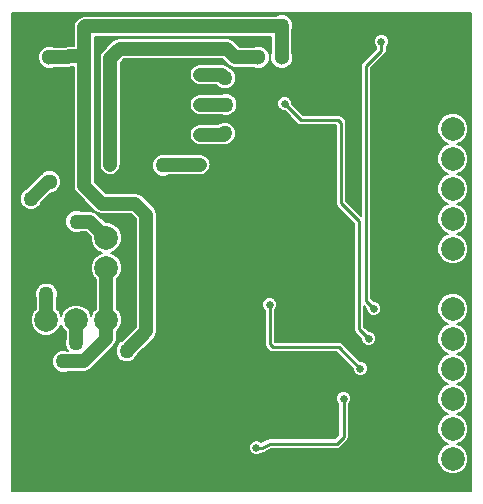
<source format=gbr>
G04 #@! TF.GenerationSoftware,KiCad,Pcbnew,no-vcs-found-895c0bb~58~ubuntu16.04.1*
G04 #@! TF.CreationDate,2017-07-11T17:07:46-04:00*
G04 #@! TF.ProjectId,alim,616C696D2E6B696361645F7063620000,rev?*
G04 #@! TF.SameCoordinates,Original
G04 #@! TF.FileFunction,Copper,L2,Bot,Plane*
G04 #@! TF.FilePolarity,Positive*
%FSLAX46Y46*%
G04 Gerber Fmt 4.6, Leading zero omitted, Abs format (unit mm)*
G04 Created by KiCad (PCBNEW no-vcs-found-895c0bb~58~ubuntu16.04.1) date Tue Jul 11 17:07:46 2017*
%MOMM*%
%LPD*%
G01*
G04 APERTURE LIST*
%ADD10C,1.300000*%
%ADD11C,2.000000*%
%ADD12C,1.100000*%
%ADD13C,1.270000*%
%ADD14C,0.635000*%
%ADD15C,1.143000*%
%ADD16C,0.254000*%
%ADD17C,1.016000*%
%ADD18C,0.127000*%
G04 APERTURE END LIST*
D10*
X111592800Y-63151000D03*
X111592800Y-61151000D03*
D11*
X116382800Y-74853800D03*
X113842800Y-74853800D03*
X111302800Y-74853800D03*
D10*
X111571600Y-52596800D03*
X111571600Y-54596800D03*
D11*
X116382800Y-67894200D03*
X116382800Y-70434200D03*
X145719800Y-58648600D03*
X145719800Y-61188600D03*
X145719800Y-63728600D03*
X145719800Y-66268600D03*
X145719800Y-68808600D03*
X145719800Y-71348600D03*
X145719800Y-73888600D03*
X145719800Y-76428600D03*
X145719800Y-78968600D03*
X145719800Y-81508600D03*
X145719800Y-84048600D03*
X145719800Y-86588600D03*
D12*
X124319000Y-54064400D03*
X124319000Y-56604400D03*
X124319000Y-59144400D03*
X124319000Y-61684400D03*
X116699000Y-54064400D03*
X116699000Y-56604400D03*
X116699000Y-59144400D03*
X116699000Y-61684400D03*
D10*
X131248400Y-52618200D03*
X129248400Y-52618200D03*
D13*
X126441200Y-54356000D03*
D14*
X121767600Y-82194400D03*
X121767600Y-81381600D03*
D13*
X139801600Y-56464200D03*
X133756400Y-56108600D03*
X127660400Y-86410800D03*
X134569200Y-75869800D03*
X121932700Y-69367400D03*
X118135400Y-84175600D03*
X129387600Y-64465200D03*
X134950200Y-64490600D03*
X127812800Y-74117200D03*
X126517400Y-56616600D03*
X112750600Y-78359000D03*
X126415800Y-59055000D03*
X121208800Y-61747400D03*
X118122800Y-77470000D03*
X131248400Y-49929800D03*
X113842800Y-76809600D03*
X110007400Y-64592200D03*
X111302800Y-72644000D03*
X113868200Y-66522600D03*
D14*
X139674600Y-51282600D03*
X139039600Y-73888600D03*
X131495800Y-56540400D03*
X138607800Y-76428600D03*
X137896600Y-78968600D03*
X130225800Y-73558400D03*
X129082800Y-85674200D03*
X136474200Y-81508600D03*
D15*
X126149600Y-54064400D02*
X124319000Y-54064400D01*
X126441200Y-54356000D02*
X126149600Y-54064400D01*
D16*
X122059700Y-81864200D02*
X121716800Y-82181700D01*
X121735850Y-82162650D02*
X121716800Y-82181700D01*
X121767600Y-82194400D02*
X121735850Y-82162650D01*
D17*
X129400300Y-64213740D02*
X129400300Y-64216280D01*
X129400300Y-64216280D02*
X129400400Y-64216380D01*
D15*
X126505200Y-56604400D02*
X124319000Y-56604400D01*
X126517400Y-56616600D02*
X126505200Y-56604400D01*
X116382800Y-76454000D02*
X116382800Y-74853800D01*
X114477800Y-78359000D02*
X116382800Y-76454000D01*
X112750600Y-78359000D02*
X114477800Y-78359000D01*
X116382800Y-74853800D02*
X116382800Y-70434200D01*
X126326400Y-59144400D02*
X124319000Y-59144400D01*
X126415800Y-59055000D02*
X126326400Y-59144400D01*
X121271800Y-61684400D02*
X124319000Y-61684400D01*
X121208800Y-61747400D02*
X121271800Y-61684400D01*
X118135400Y-77444600D02*
X118135400Y-77457400D01*
X118135400Y-77457400D02*
X118122800Y-77470000D01*
X131248400Y-52618200D02*
X131248400Y-49929800D01*
X111571600Y-52596800D02*
X113125000Y-52596800D01*
X113194600Y-52527200D02*
X114503200Y-52527200D01*
X113125000Y-52596800D02*
X113194600Y-52527200D01*
X114503200Y-50063400D02*
X114503200Y-52527200D01*
X114503200Y-52527200D02*
X114503200Y-53594000D01*
X114579400Y-49987200D02*
X114503200Y-50063400D01*
X131191000Y-49987200D02*
X114579400Y-49987200D01*
X131248400Y-49929800D02*
X131191000Y-49987200D01*
X118135400Y-77444600D02*
X119761000Y-75819000D01*
X119761000Y-75819000D02*
X119761000Y-65938400D01*
X119761000Y-65938400D02*
X118821200Y-64998600D01*
X118821200Y-64998600D02*
X116001800Y-64998600D01*
X116001800Y-64998600D02*
X114503200Y-63500000D01*
X114503200Y-63500000D02*
X114503200Y-53594000D01*
X111448600Y-63151000D02*
X110007400Y-64592200D01*
X113842800Y-76809600D02*
X113842800Y-74853800D01*
X111448600Y-63151000D02*
X111592800Y-63151000D01*
X111302800Y-74853800D02*
X111302800Y-72644000D01*
X113919000Y-66548000D02*
X113893600Y-66548000D01*
X113893600Y-66548000D02*
X113868200Y-66522600D01*
X115036600Y-66548000D02*
X116382800Y-67894200D01*
X113919000Y-66548000D02*
X115036600Y-66548000D01*
X113893600Y-66522600D02*
X113919000Y-66548000D01*
D16*
X138353800Y-73202800D02*
X139039600Y-73888600D01*
X138353800Y-53365400D02*
X138353800Y-73202800D01*
X139674600Y-52044600D02*
X138353800Y-53365400D01*
X139674600Y-51282600D02*
X139674600Y-52044600D01*
X138607800Y-76428600D02*
X138620500Y-76428600D01*
X137769600Y-75590400D02*
X138607800Y-76428600D01*
X137769600Y-66497200D02*
X137769600Y-75590400D01*
X136245600Y-64973200D02*
X137769600Y-66497200D01*
X136245600Y-58140600D02*
X136245600Y-64973200D01*
X136017000Y-57912000D02*
X136245600Y-58140600D01*
X132867400Y-57912000D02*
X136017000Y-57912000D01*
X131495800Y-56540400D02*
X132867400Y-57912000D01*
X130225800Y-76835000D02*
X130225800Y-76860400D01*
X130225800Y-73558400D02*
X130225800Y-75946000D01*
X130225800Y-75946000D02*
X130225800Y-76530200D01*
X130225800Y-76530200D02*
X130225800Y-76835000D01*
X136042400Y-77114400D02*
X130479800Y-77114400D01*
X137896600Y-78968600D02*
X136042400Y-77114400D01*
X130225800Y-76860400D02*
X130479800Y-77114400D01*
X136474200Y-84785200D02*
X136474200Y-81508600D01*
X135940800Y-85318600D02*
X136474200Y-84785200D01*
X130200400Y-85318600D02*
X135940800Y-85318600D01*
X129540000Y-85674200D02*
X130200400Y-85318600D01*
X129540000Y-85674200D02*
X129082800Y-85674200D01*
D15*
X116699000Y-54064400D02*
X116699000Y-56604400D01*
X116699000Y-56604400D02*
X116699000Y-59144400D01*
X116699000Y-59144400D02*
X116699000Y-61684400D01*
X129248400Y-52618200D02*
X127294200Y-52618200D01*
X116699000Y-52693600D02*
X116699000Y-54064400D01*
X117500400Y-51892200D02*
X116699000Y-52693600D01*
X126568200Y-51892200D02*
X117500400Y-51892200D01*
X127294200Y-52618200D02*
X126568200Y-51892200D01*
D18*
G36*
X147256500Y-89344500D02*
X108419900Y-89344500D01*
X108419900Y-85799955D01*
X128447690Y-85799955D01*
X128544160Y-86033428D01*
X128722632Y-86212213D01*
X128955937Y-86309089D01*
X129208555Y-86309310D01*
X129442028Y-86212840D01*
X129536333Y-86118700D01*
X129540000Y-86118700D01*
X129562295Y-86114265D01*
X129584925Y-86116424D01*
X129646715Y-86097473D01*
X129710103Y-86084864D01*
X129729005Y-86072234D01*
X129750737Y-86065569D01*
X130312465Y-85763100D01*
X135940800Y-85763100D01*
X136110903Y-85729264D01*
X136255109Y-85632909D01*
X136788509Y-85099509D01*
X136884865Y-84955302D01*
X136918700Y-84785200D01*
X136918700Y-81962117D01*
X137012213Y-81868768D01*
X137109089Y-81635463D01*
X137109310Y-81382845D01*
X137012840Y-81149372D01*
X136834368Y-80970587D01*
X136601063Y-80873711D01*
X136348445Y-80873490D01*
X136114972Y-80969960D01*
X135936187Y-81148432D01*
X135839311Y-81381737D01*
X135839090Y-81634355D01*
X135935560Y-81867828D01*
X136029700Y-81962133D01*
X136029700Y-84601082D01*
X135756682Y-84874100D01*
X130200400Y-84874100D01*
X130178105Y-84878535D01*
X130155475Y-84876376D01*
X130093685Y-84895327D01*
X130030297Y-84907936D01*
X130011395Y-84920566D01*
X129989663Y-84927231D01*
X129498427Y-85191743D01*
X129442968Y-85136187D01*
X129209663Y-85039311D01*
X128957045Y-85039090D01*
X128723572Y-85135560D01*
X128544787Y-85314032D01*
X128447911Y-85547337D01*
X128447690Y-85799955D01*
X108419900Y-85799955D01*
X108419900Y-75114717D01*
X109985072Y-75114717D01*
X110185227Y-75599129D01*
X110555522Y-75970071D01*
X111039583Y-76171070D01*
X111563717Y-76171528D01*
X112048129Y-75971373D01*
X112419071Y-75601078D01*
X112572930Y-75230543D01*
X112725227Y-75599129D01*
X112953800Y-75828101D01*
X112953800Y-76466777D01*
X112890465Y-76619305D01*
X112890135Y-76998233D01*
X113034839Y-77348443D01*
X113156183Y-77470000D01*
X113093423Y-77470000D01*
X112940895Y-77406665D01*
X112561967Y-77406335D01*
X112211757Y-77551039D01*
X111943580Y-77818747D01*
X111798265Y-78168705D01*
X111797935Y-78547633D01*
X111942639Y-78897843D01*
X112210347Y-79166020D01*
X112560305Y-79311335D01*
X112939233Y-79311665D01*
X113093314Y-79248000D01*
X114477800Y-79248000D01*
X114818006Y-79180329D01*
X115106418Y-78987618D01*
X117011418Y-77082618D01*
X117067802Y-76998233D01*
X117204129Y-76794206D01*
X117271800Y-76454000D01*
X117271800Y-75827953D01*
X117499071Y-75601078D01*
X117700070Y-75117017D01*
X117700528Y-74592883D01*
X117500373Y-74108471D01*
X117271800Y-73879499D01*
X117271800Y-71408353D01*
X117499071Y-71181478D01*
X117700070Y-70697417D01*
X117700528Y-70173283D01*
X117500373Y-69688871D01*
X117130078Y-69317929D01*
X116759543Y-69164070D01*
X117128129Y-69011773D01*
X117499071Y-68641478D01*
X117700070Y-68157417D01*
X117700528Y-67633283D01*
X117500373Y-67148871D01*
X117130078Y-66777929D01*
X116646017Y-66576930D01*
X116322483Y-66576647D01*
X115665218Y-65919382D01*
X115516376Y-65819929D01*
X115376806Y-65726671D01*
X115036600Y-65659000D01*
X114272193Y-65659000D01*
X114058495Y-65570265D01*
X113679567Y-65569935D01*
X113329357Y-65714639D01*
X113061180Y-65982347D01*
X112915865Y-66332305D01*
X112915535Y-66711233D01*
X113060239Y-67061443D01*
X113327947Y-67329620D01*
X113677905Y-67474935D01*
X114056833Y-67475265D01*
X114149441Y-67437000D01*
X114668364Y-67437000D01*
X115065353Y-67833989D01*
X115065072Y-68155117D01*
X115265227Y-68639529D01*
X115635522Y-69010471D01*
X116006057Y-69164330D01*
X115637471Y-69316627D01*
X115266529Y-69686922D01*
X115065530Y-70170983D01*
X115065072Y-70695117D01*
X115265227Y-71179529D01*
X115493800Y-71408501D01*
X115493800Y-73879647D01*
X115266529Y-74106522D01*
X115112670Y-74477057D01*
X114960373Y-74108471D01*
X114590078Y-73737529D01*
X114106017Y-73536530D01*
X113581883Y-73536072D01*
X113097471Y-73736227D01*
X112726529Y-74106522D01*
X112572670Y-74477057D01*
X112420373Y-74108471D01*
X112191800Y-73879499D01*
X112191800Y-72986823D01*
X112255135Y-72834295D01*
X112255465Y-72455367D01*
X112110761Y-72105157D01*
X111843053Y-71836980D01*
X111493095Y-71691665D01*
X111114167Y-71691335D01*
X110763957Y-71836039D01*
X110495780Y-72103747D01*
X110350465Y-72453705D01*
X110350135Y-72832633D01*
X110413800Y-72986714D01*
X110413800Y-73879647D01*
X110186529Y-74106522D01*
X109985530Y-74590583D01*
X109985072Y-75114717D01*
X108419900Y-75114717D01*
X108419900Y-64780833D01*
X109054735Y-64780833D01*
X109199439Y-65131043D01*
X109467147Y-65399220D01*
X109817105Y-65544535D01*
X110196033Y-65544865D01*
X110546243Y-65400161D01*
X110814420Y-65132453D01*
X110878354Y-64978482D01*
X111738209Y-64118627D01*
X111784403Y-64118667D01*
X112140129Y-63971684D01*
X112412528Y-63699760D01*
X112560131Y-63344292D01*
X112560467Y-62959397D01*
X112413484Y-62603671D01*
X112141560Y-62331272D01*
X111786092Y-62183669D01*
X111401197Y-62183333D01*
X111045471Y-62330316D01*
X110920049Y-62455519D01*
X110819982Y-62522382D01*
X109621193Y-63721171D01*
X109468557Y-63784239D01*
X109200380Y-64051947D01*
X109055065Y-64401905D01*
X109054735Y-64780833D01*
X108419900Y-64780833D01*
X108419900Y-52788403D01*
X110603933Y-52788403D01*
X110750916Y-53144129D01*
X111022840Y-53416528D01*
X111378308Y-53564131D01*
X111763203Y-53564467D01*
X111953592Y-53485800D01*
X113125000Y-53485800D01*
X113465206Y-53418129D01*
X113468093Y-53416200D01*
X113614200Y-53416200D01*
X113614200Y-63500000D01*
X113681871Y-63840206D01*
X113815369Y-64040000D01*
X113874582Y-64128618D01*
X115373182Y-65627218D01*
X115661594Y-65819929D01*
X116001800Y-65887600D01*
X118452964Y-65887600D01*
X118872000Y-66306636D01*
X118872000Y-75450764D01*
X117714780Y-76607984D01*
X117583957Y-76662039D01*
X117315780Y-76929747D01*
X117170465Y-77279705D01*
X117170135Y-77658633D01*
X117314839Y-78008843D01*
X117582547Y-78277020D01*
X117932505Y-78422335D01*
X118311433Y-78422665D01*
X118661643Y-78277961D01*
X118929820Y-78010253D01*
X119002844Y-77834392D01*
X120389618Y-76447618D01*
X120582330Y-76159205D01*
X120650000Y-75819000D01*
X120650000Y-73684155D01*
X129590690Y-73684155D01*
X129687160Y-73917628D01*
X129781300Y-74011933D01*
X129781300Y-76860400D01*
X129815136Y-77030503D01*
X129910970Y-77173929D01*
X129911491Y-77174709D01*
X130165491Y-77428709D01*
X130309697Y-77525064D01*
X130479800Y-77558900D01*
X135858282Y-77558900D01*
X137261606Y-78962224D01*
X137261490Y-79094355D01*
X137357960Y-79327828D01*
X137536432Y-79506613D01*
X137769737Y-79603489D01*
X138022355Y-79603710D01*
X138255828Y-79507240D01*
X138434613Y-79328768D01*
X138531489Y-79095463D01*
X138531710Y-78842845D01*
X138435240Y-78609372D01*
X138256768Y-78430587D01*
X138023463Y-78333711D01*
X137890212Y-78333594D01*
X136356709Y-76800091D01*
X136338356Y-76787828D01*
X136212503Y-76703736D01*
X136042400Y-76669900D01*
X130670300Y-76669900D01*
X130670300Y-74011917D01*
X130763813Y-73918568D01*
X130860689Y-73685263D01*
X130860910Y-73432645D01*
X130764440Y-73199172D01*
X130585968Y-73020387D01*
X130352663Y-72923511D01*
X130100045Y-72923290D01*
X129866572Y-73019760D01*
X129687787Y-73198232D01*
X129590911Y-73431537D01*
X129590690Y-73684155D01*
X120650000Y-73684155D01*
X120650000Y-65938400D01*
X120582329Y-65598194D01*
X120389618Y-65309782D01*
X119449818Y-64369982D01*
X119161406Y-64177271D01*
X118821200Y-64109600D01*
X116370036Y-64109600D01*
X115392200Y-63131764D01*
X115392200Y-52693600D01*
X115810000Y-52693600D01*
X115810000Y-61684400D01*
X115831406Y-61792015D01*
X115831350Y-61856199D01*
X115856076Y-61916040D01*
X115877671Y-62024606D01*
X115938632Y-62115840D01*
X115963141Y-62175157D01*
X116008884Y-62220981D01*
X116070382Y-62313018D01*
X116161613Y-62373977D01*
X116206959Y-62419402D01*
X116266759Y-62444233D01*
X116358794Y-62505729D01*
X116466410Y-62527135D01*
X116525687Y-62551749D01*
X116590437Y-62551805D01*
X116699000Y-62573400D01*
X116806615Y-62551994D01*
X116870799Y-62552050D01*
X116930640Y-62527324D01*
X117039206Y-62505729D01*
X117130440Y-62444768D01*
X117189757Y-62420259D01*
X117235581Y-62374516D01*
X117327618Y-62313018D01*
X117388577Y-62221787D01*
X117434002Y-62176441D01*
X117458833Y-62116641D01*
X117520329Y-62024606D01*
X117537947Y-61936033D01*
X120256135Y-61936033D01*
X120400839Y-62286243D01*
X120668547Y-62554420D01*
X121018505Y-62699735D01*
X121397433Y-62700065D01*
X121703985Y-62573400D01*
X124319000Y-62573400D01*
X124426615Y-62551994D01*
X124490799Y-62552050D01*
X124550640Y-62527324D01*
X124659206Y-62505729D01*
X124750440Y-62444768D01*
X124809757Y-62420259D01*
X124855581Y-62374516D01*
X124947618Y-62313018D01*
X125008577Y-62221787D01*
X125054002Y-62176441D01*
X125078833Y-62116641D01*
X125140329Y-62024606D01*
X125161735Y-61916990D01*
X125186349Y-61857713D01*
X125186405Y-61792963D01*
X125208000Y-61684400D01*
X125186594Y-61576785D01*
X125186650Y-61512601D01*
X125161924Y-61452760D01*
X125140329Y-61344194D01*
X125079368Y-61252960D01*
X125054859Y-61193643D01*
X125009116Y-61147819D01*
X124947618Y-61055782D01*
X124856387Y-60994823D01*
X124811041Y-60949398D01*
X124751241Y-60924567D01*
X124659206Y-60863071D01*
X124551590Y-60841665D01*
X124492313Y-60817051D01*
X124427563Y-60816995D01*
X124319000Y-60795400D01*
X121399902Y-60795400D01*
X121399095Y-60795065D01*
X121020167Y-60794735D01*
X120669957Y-60939439D01*
X120401780Y-61207147D01*
X120256465Y-61557105D01*
X120256135Y-61936033D01*
X117537947Y-61936033D01*
X117541735Y-61916990D01*
X117566349Y-61857713D01*
X117566405Y-61792963D01*
X117588000Y-61684400D01*
X117588000Y-59144400D01*
X123430000Y-59144400D01*
X123451406Y-59252015D01*
X123451350Y-59316199D01*
X123476076Y-59376040D01*
X123497671Y-59484606D01*
X123558632Y-59575840D01*
X123583141Y-59635157D01*
X123628884Y-59680981D01*
X123690382Y-59773018D01*
X123781613Y-59833977D01*
X123826959Y-59879402D01*
X123886759Y-59904233D01*
X123978794Y-59965729D01*
X124086410Y-59987135D01*
X124145687Y-60011749D01*
X124210437Y-60011805D01*
X124319000Y-60033400D01*
X126326400Y-60033400D01*
X126456427Y-60007536D01*
X126604433Y-60007665D01*
X126954643Y-59862961D01*
X127222820Y-59595253D01*
X127368135Y-59245295D01*
X127368465Y-58866367D01*
X127223761Y-58516157D01*
X126956053Y-58247980D01*
X126606095Y-58102665D01*
X126227167Y-58102335D01*
X125876957Y-58247039D01*
X125868581Y-58255400D01*
X124319000Y-58255400D01*
X124211385Y-58276806D01*
X124147201Y-58276750D01*
X124087360Y-58301476D01*
X123978794Y-58323071D01*
X123887560Y-58384032D01*
X123828243Y-58408541D01*
X123782419Y-58454284D01*
X123690382Y-58515782D01*
X123629423Y-58607013D01*
X123583998Y-58652359D01*
X123559167Y-58712159D01*
X123497671Y-58804194D01*
X123476265Y-58911810D01*
X123451651Y-58971087D01*
X123451595Y-59035837D01*
X123430000Y-59144400D01*
X117588000Y-59144400D01*
X117588000Y-56604400D01*
X123430000Y-56604400D01*
X123451406Y-56712015D01*
X123451350Y-56776199D01*
X123476076Y-56836040D01*
X123497671Y-56944606D01*
X123558632Y-57035840D01*
X123583141Y-57095157D01*
X123628884Y-57140981D01*
X123690382Y-57233018D01*
X123781613Y-57293977D01*
X123826959Y-57339402D01*
X123886759Y-57364233D01*
X123978794Y-57425729D01*
X124086410Y-57447135D01*
X124145687Y-57471749D01*
X124210437Y-57471805D01*
X124319000Y-57493400D01*
X126145196Y-57493400D01*
X126327105Y-57568935D01*
X126706033Y-57569265D01*
X127056243Y-57424561D01*
X127324420Y-57156853D01*
X127469735Y-56806895D01*
X127469857Y-56666155D01*
X130860690Y-56666155D01*
X130957160Y-56899628D01*
X131135632Y-57078413D01*
X131368937Y-57175289D01*
X131502188Y-57175406D01*
X132553091Y-58226309D01*
X132697297Y-58322664D01*
X132867400Y-58356500D01*
X135801100Y-58356500D01*
X135801100Y-64973200D01*
X135834936Y-65143303D01*
X135886730Y-65220818D01*
X135931291Y-65287509D01*
X137325100Y-66681318D01*
X137325100Y-75590400D01*
X137358936Y-75760503D01*
X137402287Y-75825382D01*
X137455291Y-75904709D01*
X137972806Y-76422224D01*
X137972690Y-76554355D01*
X138069160Y-76787828D01*
X138247632Y-76966613D01*
X138480937Y-77063489D01*
X138733555Y-77063710D01*
X138967028Y-76967240D01*
X139145813Y-76788768D01*
X139242689Y-76555463D01*
X139242910Y-76302845D01*
X139146440Y-76069372D01*
X138967968Y-75890587D01*
X138734663Y-75793711D01*
X138601412Y-75793594D01*
X138214100Y-75406282D01*
X138214100Y-73691718D01*
X138404606Y-73882224D01*
X138404490Y-74014355D01*
X138500960Y-74247828D01*
X138679432Y-74426613D01*
X138912737Y-74523489D01*
X139165355Y-74523710D01*
X139398828Y-74427240D01*
X139577613Y-74248768D01*
X139618825Y-74149517D01*
X144402072Y-74149517D01*
X144602227Y-74633929D01*
X144972522Y-75004871D01*
X145343057Y-75158730D01*
X144974471Y-75311027D01*
X144603529Y-75681322D01*
X144402530Y-76165383D01*
X144402072Y-76689517D01*
X144602227Y-77173929D01*
X144972522Y-77544871D01*
X145343057Y-77698730D01*
X144974471Y-77851027D01*
X144603529Y-78221322D01*
X144402530Y-78705383D01*
X144402072Y-79229517D01*
X144602227Y-79713929D01*
X144972522Y-80084871D01*
X145343057Y-80238730D01*
X144974471Y-80391027D01*
X144603529Y-80761322D01*
X144402530Y-81245383D01*
X144402072Y-81769517D01*
X144602227Y-82253929D01*
X144972522Y-82624871D01*
X145343057Y-82778730D01*
X144974471Y-82931027D01*
X144603529Y-83301322D01*
X144402530Y-83785383D01*
X144402072Y-84309517D01*
X144602227Y-84793929D01*
X144972522Y-85164871D01*
X145343057Y-85318730D01*
X144974471Y-85471027D01*
X144603529Y-85841322D01*
X144402530Y-86325383D01*
X144402072Y-86849517D01*
X144602227Y-87333929D01*
X144972522Y-87704871D01*
X145456583Y-87905870D01*
X145980717Y-87906328D01*
X146465129Y-87706173D01*
X146836071Y-87335878D01*
X147037070Y-86851817D01*
X147037528Y-86327683D01*
X146837373Y-85843271D01*
X146467078Y-85472329D01*
X146096543Y-85318470D01*
X146465129Y-85166173D01*
X146836071Y-84795878D01*
X147037070Y-84311817D01*
X147037528Y-83787683D01*
X146837373Y-83303271D01*
X146467078Y-82932329D01*
X146096543Y-82778470D01*
X146465129Y-82626173D01*
X146836071Y-82255878D01*
X147037070Y-81771817D01*
X147037528Y-81247683D01*
X146837373Y-80763271D01*
X146467078Y-80392329D01*
X146096543Y-80238470D01*
X146465129Y-80086173D01*
X146836071Y-79715878D01*
X147037070Y-79231817D01*
X147037528Y-78707683D01*
X146837373Y-78223271D01*
X146467078Y-77852329D01*
X146096543Y-77698470D01*
X146465129Y-77546173D01*
X146836071Y-77175878D01*
X147037070Y-76691817D01*
X147037528Y-76167683D01*
X146837373Y-75683271D01*
X146467078Y-75312329D01*
X146096543Y-75158470D01*
X146465129Y-75006173D01*
X146836071Y-74635878D01*
X147037070Y-74151817D01*
X147037528Y-73627683D01*
X146837373Y-73143271D01*
X146467078Y-72772329D01*
X145983017Y-72571330D01*
X145458883Y-72570872D01*
X144974471Y-72771027D01*
X144603529Y-73141322D01*
X144402530Y-73625383D01*
X144402072Y-74149517D01*
X139618825Y-74149517D01*
X139674489Y-74015463D01*
X139674710Y-73762845D01*
X139578240Y-73529372D01*
X139399768Y-73350587D01*
X139166463Y-73253711D01*
X139033212Y-73253594D01*
X138798300Y-73018682D01*
X138798300Y-58909517D01*
X144402072Y-58909517D01*
X144602227Y-59393929D01*
X144972522Y-59764871D01*
X145343057Y-59918730D01*
X144974471Y-60071027D01*
X144603529Y-60441322D01*
X144402530Y-60925383D01*
X144402072Y-61449517D01*
X144602227Y-61933929D01*
X144972522Y-62304871D01*
X145343057Y-62458730D01*
X144974471Y-62611027D01*
X144603529Y-62981322D01*
X144402530Y-63465383D01*
X144402072Y-63989517D01*
X144602227Y-64473929D01*
X144972522Y-64844871D01*
X145343057Y-64998730D01*
X144974471Y-65151027D01*
X144603529Y-65521322D01*
X144402530Y-66005383D01*
X144402072Y-66529517D01*
X144602227Y-67013929D01*
X144972522Y-67384871D01*
X145343057Y-67538730D01*
X144974471Y-67691027D01*
X144603529Y-68061322D01*
X144402530Y-68545383D01*
X144402072Y-69069517D01*
X144602227Y-69553929D01*
X144972522Y-69924871D01*
X145456583Y-70125870D01*
X145980717Y-70126328D01*
X146465129Y-69926173D01*
X146836071Y-69555878D01*
X147037070Y-69071817D01*
X147037528Y-68547683D01*
X146837373Y-68063271D01*
X146467078Y-67692329D01*
X146096543Y-67538470D01*
X146465129Y-67386173D01*
X146836071Y-67015878D01*
X147037070Y-66531817D01*
X147037528Y-66007683D01*
X146837373Y-65523271D01*
X146467078Y-65152329D01*
X146096543Y-64998470D01*
X146465129Y-64846173D01*
X146836071Y-64475878D01*
X147037070Y-63991817D01*
X147037528Y-63467683D01*
X146837373Y-62983271D01*
X146467078Y-62612329D01*
X146096543Y-62458470D01*
X146465129Y-62306173D01*
X146836071Y-61935878D01*
X147037070Y-61451817D01*
X147037528Y-60927683D01*
X146837373Y-60443271D01*
X146467078Y-60072329D01*
X146096543Y-59918470D01*
X146465129Y-59766173D01*
X146836071Y-59395878D01*
X147037070Y-58911817D01*
X147037528Y-58387683D01*
X146837373Y-57903271D01*
X146467078Y-57532329D01*
X145983017Y-57331330D01*
X145458883Y-57330872D01*
X144974471Y-57531027D01*
X144603529Y-57901322D01*
X144402530Y-58385383D01*
X144402072Y-58909517D01*
X138798300Y-58909517D01*
X138798300Y-53549518D01*
X139988909Y-52358909D01*
X140085264Y-52214703D01*
X140119100Y-52044600D01*
X140119100Y-51736117D01*
X140212613Y-51642768D01*
X140309489Y-51409463D01*
X140309710Y-51156845D01*
X140213240Y-50923372D01*
X140034768Y-50744587D01*
X139801463Y-50647711D01*
X139548845Y-50647490D01*
X139315372Y-50743960D01*
X139136587Y-50922432D01*
X139039711Y-51155737D01*
X139039490Y-51408355D01*
X139135960Y-51641828D01*
X139230100Y-51736133D01*
X139230100Y-51860482D01*
X138039491Y-53051091D01*
X137943136Y-53195297D01*
X137909300Y-53365400D01*
X137909300Y-66008282D01*
X136690100Y-64789082D01*
X136690100Y-58140600D01*
X136656264Y-57970497D01*
X136559909Y-57826291D01*
X136331309Y-57597691D01*
X136233487Y-57532329D01*
X136187103Y-57501336D01*
X136017000Y-57467500D01*
X133051518Y-57467500D01*
X132130794Y-56546776D01*
X132130910Y-56414645D01*
X132034440Y-56181172D01*
X131855968Y-56002387D01*
X131622663Y-55905511D01*
X131370045Y-55905290D01*
X131136572Y-56001760D01*
X130957787Y-56180232D01*
X130860911Y-56413537D01*
X130860690Y-56666155D01*
X127469857Y-56666155D01*
X127470065Y-56427967D01*
X127325361Y-56077757D01*
X127057653Y-55809580D01*
X126707695Y-55664265D01*
X126328767Y-55663935D01*
X126204212Y-55715400D01*
X124319000Y-55715400D01*
X124211385Y-55736806D01*
X124147201Y-55736750D01*
X124087360Y-55761476D01*
X123978794Y-55783071D01*
X123887560Y-55844032D01*
X123828243Y-55868541D01*
X123782419Y-55914284D01*
X123690382Y-55975782D01*
X123629423Y-56067013D01*
X123583998Y-56112359D01*
X123559167Y-56172159D01*
X123497671Y-56264194D01*
X123476265Y-56371810D01*
X123451651Y-56431087D01*
X123451595Y-56495837D01*
X123430000Y-56604400D01*
X117588000Y-56604400D01*
X117588000Y-54064400D01*
X123430000Y-54064400D01*
X123451406Y-54172015D01*
X123451350Y-54236199D01*
X123476076Y-54296040D01*
X123497671Y-54404606D01*
X123558632Y-54495840D01*
X123583141Y-54555157D01*
X123628884Y-54600981D01*
X123690382Y-54693018D01*
X123781613Y-54753977D01*
X123826959Y-54799402D01*
X123886759Y-54824233D01*
X123978794Y-54885729D01*
X124086410Y-54907135D01*
X124145687Y-54931749D01*
X124210437Y-54931805D01*
X124319000Y-54953400D01*
X125691694Y-54953400D01*
X125900947Y-55163020D01*
X126250905Y-55308335D01*
X126629833Y-55308665D01*
X126980043Y-55163961D01*
X127248220Y-54896253D01*
X127393535Y-54546295D01*
X127393865Y-54167367D01*
X127249161Y-53817157D01*
X126981453Y-53548980D01*
X126827482Y-53485046D01*
X126778218Y-53435782D01*
X126749402Y-53416528D01*
X126489806Y-53243071D01*
X126149600Y-53175400D01*
X124319000Y-53175400D01*
X124211385Y-53196806D01*
X124147201Y-53196750D01*
X124087360Y-53221476D01*
X123978794Y-53243071D01*
X123887560Y-53304032D01*
X123828243Y-53328541D01*
X123782419Y-53374284D01*
X123690382Y-53435782D01*
X123629423Y-53527013D01*
X123583998Y-53572359D01*
X123559167Y-53632159D01*
X123497671Y-53724194D01*
X123476265Y-53831810D01*
X123451651Y-53891087D01*
X123451595Y-53955837D01*
X123430000Y-54064400D01*
X117588000Y-54064400D01*
X117588000Y-53061836D01*
X117868636Y-52781200D01*
X126199964Y-52781200D01*
X126665582Y-53246818D01*
X126953994Y-53439529D01*
X127294200Y-53507200D01*
X128866466Y-53507200D01*
X129055108Y-53585531D01*
X129440003Y-53585867D01*
X129795729Y-53438884D01*
X130068128Y-53166960D01*
X130215731Y-52811492D01*
X130216067Y-52426597D01*
X130069084Y-52070871D01*
X129797160Y-51798472D01*
X129441692Y-51650869D01*
X129056797Y-51650533D01*
X128866408Y-51729200D01*
X127662436Y-51729200D01*
X127196818Y-51263582D01*
X126908406Y-51070871D01*
X126568200Y-51003200D01*
X117500400Y-51003200D01*
X117160194Y-51070871D01*
X116871782Y-51263582D01*
X116070382Y-52064982D01*
X115877671Y-52353394D01*
X115810000Y-52693600D01*
X115392200Y-52693600D01*
X115392200Y-50876200D01*
X130359400Y-50876200D01*
X130359400Y-52236266D01*
X130281069Y-52424908D01*
X130280733Y-52809803D01*
X130427716Y-53165529D01*
X130699640Y-53437928D01*
X131055108Y-53585531D01*
X131440003Y-53585867D01*
X131795729Y-53438884D01*
X132068128Y-53166960D01*
X132215731Y-52811492D01*
X132216067Y-52426597D01*
X132137400Y-52236208D01*
X132137400Y-50272623D01*
X132200735Y-50120095D01*
X132201065Y-49741167D01*
X132056361Y-49390957D01*
X131788653Y-49122780D01*
X131438695Y-48977465D01*
X131059767Y-48977135D01*
X130766768Y-49098200D01*
X114579400Y-49098200D01*
X114239194Y-49165871D01*
X114125153Y-49242071D01*
X113950782Y-49358582D01*
X113874582Y-49434782D01*
X113681871Y-49723194D01*
X113614200Y-50063400D01*
X113614200Y-51638200D01*
X113194600Y-51638200D01*
X112854394Y-51705871D01*
X112851507Y-51707800D01*
X111953534Y-51707800D01*
X111764892Y-51629469D01*
X111379997Y-51629133D01*
X111024271Y-51776116D01*
X110751872Y-52048040D01*
X110604269Y-52403508D01*
X110603933Y-52788403D01*
X108419900Y-52788403D01*
X108419900Y-48831500D01*
X147256500Y-48831500D01*
X147256500Y-89344500D01*
X147256500Y-89344500D01*
G37*
X147256500Y-89344500D02*
X108419900Y-89344500D01*
X108419900Y-85799955D01*
X128447690Y-85799955D01*
X128544160Y-86033428D01*
X128722632Y-86212213D01*
X128955937Y-86309089D01*
X129208555Y-86309310D01*
X129442028Y-86212840D01*
X129536333Y-86118700D01*
X129540000Y-86118700D01*
X129562295Y-86114265D01*
X129584925Y-86116424D01*
X129646715Y-86097473D01*
X129710103Y-86084864D01*
X129729005Y-86072234D01*
X129750737Y-86065569D01*
X130312465Y-85763100D01*
X135940800Y-85763100D01*
X136110903Y-85729264D01*
X136255109Y-85632909D01*
X136788509Y-85099509D01*
X136884865Y-84955302D01*
X136918700Y-84785200D01*
X136918700Y-81962117D01*
X137012213Y-81868768D01*
X137109089Y-81635463D01*
X137109310Y-81382845D01*
X137012840Y-81149372D01*
X136834368Y-80970587D01*
X136601063Y-80873711D01*
X136348445Y-80873490D01*
X136114972Y-80969960D01*
X135936187Y-81148432D01*
X135839311Y-81381737D01*
X135839090Y-81634355D01*
X135935560Y-81867828D01*
X136029700Y-81962133D01*
X136029700Y-84601082D01*
X135756682Y-84874100D01*
X130200400Y-84874100D01*
X130178105Y-84878535D01*
X130155475Y-84876376D01*
X130093685Y-84895327D01*
X130030297Y-84907936D01*
X130011395Y-84920566D01*
X129989663Y-84927231D01*
X129498427Y-85191743D01*
X129442968Y-85136187D01*
X129209663Y-85039311D01*
X128957045Y-85039090D01*
X128723572Y-85135560D01*
X128544787Y-85314032D01*
X128447911Y-85547337D01*
X128447690Y-85799955D01*
X108419900Y-85799955D01*
X108419900Y-75114717D01*
X109985072Y-75114717D01*
X110185227Y-75599129D01*
X110555522Y-75970071D01*
X111039583Y-76171070D01*
X111563717Y-76171528D01*
X112048129Y-75971373D01*
X112419071Y-75601078D01*
X112572930Y-75230543D01*
X112725227Y-75599129D01*
X112953800Y-75828101D01*
X112953800Y-76466777D01*
X112890465Y-76619305D01*
X112890135Y-76998233D01*
X113034839Y-77348443D01*
X113156183Y-77470000D01*
X113093423Y-77470000D01*
X112940895Y-77406665D01*
X112561967Y-77406335D01*
X112211757Y-77551039D01*
X111943580Y-77818747D01*
X111798265Y-78168705D01*
X111797935Y-78547633D01*
X111942639Y-78897843D01*
X112210347Y-79166020D01*
X112560305Y-79311335D01*
X112939233Y-79311665D01*
X113093314Y-79248000D01*
X114477800Y-79248000D01*
X114818006Y-79180329D01*
X115106418Y-78987618D01*
X117011418Y-77082618D01*
X117067802Y-76998233D01*
X117204129Y-76794206D01*
X117271800Y-76454000D01*
X117271800Y-75827953D01*
X117499071Y-75601078D01*
X117700070Y-75117017D01*
X117700528Y-74592883D01*
X117500373Y-74108471D01*
X117271800Y-73879499D01*
X117271800Y-71408353D01*
X117499071Y-71181478D01*
X117700070Y-70697417D01*
X117700528Y-70173283D01*
X117500373Y-69688871D01*
X117130078Y-69317929D01*
X116759543Y-69164070D01*
X117128129Y-69011773D01*
X117499071Y-68641478D01*
X117700070Y-68157417D01*
X117700528Y-67633283D01*
X117500373Y-67148871D01*
X117130078Y-66777929D01*
X116646017Y-66576930D01*
X116322483Y-66576647D01*
X115665218Y-65919382D01*
X115516376Y-65819929D01*
X115376806Y-65726671D01*
X115036600Y-65659000D01*
X114272193Y-65659000D01*
X114058495Y-65570265D01*
X113679567Y-65569935D01*
X113329357Y-65714639D01*
X113061180Y-65982347D01*
X112915865Y-66332305D01*
X112915535Y-66711233D01*
X113060239Y-67061443D01*
X113327947Y-67329620D01*
X113677905Y-67474935D01*
X114056833Y-67475265D01*
X114149441Y-67437000D01*
X114668364Y-67437000D01*
X115065353Y-67833989D01*
X115065072Y-68155117D01*
X115265227Y-68639529D01*
X115635522Y-69010471D01*
X116006057Y-69164330D01*
X115637471Y-69316627D01*
X115266529Y-69686922D01*
X115065530Y-70170983D01*
X115065072Y-70695117D01*
X115265227Y-71179529D01*
X115493800Y-71408501D01*
X115493800Y-73879647D01*
X115266529Y-74106522D01*
X115112670Y-74477057D01*
X114960373Y-74108471D01*
X114590078Y-73737529D01*
X114106017Y-73536530D01*
X113581883Y-73536072D01*
X113097471Y-73736227D01*
X112726529Y-74106522D01*
X112572670Y-74477057D01*
X112420373Y-74108471D01*
X112191800Y-73879499D01*
X112191800Y-72986823D01*
X112255135Y-72834295D01*
X112255465Y-72455367D01*
X112110761Y-72105157D01*
X111843053Y-71836980D01*
X111493095Y-71691665D01*
X111114167Y-71691335D01*
X110763957Y-71836039D01*
X110495780Y-72103747D01*
X110350465Y-72453705D01*
X110350135Y-72832633D01*
X110413800Y-72986714D01*
X110413800Y-73879647D01*
X110186529Y-74106522D01*
X109985530Y-74590583D01*
X109985072Y-75114717D01*
X108419900Y-75114717D01*
X108419900Y-64780833D01*
X109054735Y-64780833D01*
X109199439Y-65131043D01*
X109467147Y-65399220D01*
X109817105Y-65544535D01*
X110196033Y-65544865D01*
X110546243Y-65400161D01*
X110814420Y-65132453D01*
X110878354Y-64978482D01*
X111738209Y-64118627D01*
X111784403Y-64118667D01*
X112140129Y-63971684D01*
X112412528Y-63699760D01*
X112560131Y-63344292D01*
X112560467Y-62959397D01*
X112413484Y-62603671D01*
X112141560Y-62331272D01*
X111786092Y-62183669D01*
X111401197Y-62183333D01*
X111045471Y-62330316D01*
X110920049Y-62455519D01*
X110819982Y-62522382D01*
X109621193Y-63721171D01*
X109468557Y-63784239D01*
X109200380Y-64051947D01*
X109055065Y-64401905D01*
X109054735Y-64780833D01*
X108419900Y-64780833D01*
X108419900Y-52788403D01*
X110603933Y-52788403D01*
X110750916Y-53144129D01*
X111022840Y-53416528D01*
X111378308Y-53564131D01*
X111763203Y-53564467D01*
X111953592Y-53485800D01*
X113125000Y-53485800D01*
X113465206Y-53418129D01*
X113468093Y-53416200D01*
X113614200Y-53416200D01*
X113614200Y-63500000D01*
X113681871Y-63840206D01*
X113815369Y-64040000D01*
X113874582Y-64128618D01*
X115373182Y-65627218D01*
X115661594Y-65819929D01*
X116001800Y-65887600D01*
X118452964Y-65887600D01*
X118872000Y-66306636D01*
X118872000Y-75450764D01*
X117714780Y-76607984D01*
X117583957Y-76662039D01*
X117315780Y-76929747D01*
X117170465Y-77279705D01*
X117170135Y-77658633D01*
X117314839Y-78008843D01*
X117582547Y-78277020D01*
X117932505Y-78422335D01*
X118311433Y-78422665D01*
X118661643Y-78277961D01*
X118929820Y-78010253D01*
X119002844Y-77834392D01*
X120389618Y-76447618D01*
X120582330Y-76159205D01*
X120650000Y-75819000D01*
X120650000Y-73684155D01*
X129590690Y-73684155D01*
X129687160Y-73917628D01*
X129781300Y-74011933D01*
X129781300Y-76860400D01*
X129815136Y-77030503D01*
X129910970Y-77173929D01*
X129911491Y-77174709D01*
X130165491Y-77428709D01*
X130309697Y-77525064D01*
X130479800Y-77558900D01*
X135858282Y-77558900D01*
X137261606Y-78962224D01*
X137261490Y-79094355D01*
X137357960Y-79327828D01*
X137536432Y-79506613D01*
X137769737Y-79603489D01*
X138022355Y-79603710D01*
X138255828Y-79507240D01*
X138434613Y-79328768D01*
X138531489Y-79095463D01*
X138531710Y-78842845D01*
X138435240Y-78609372D01*
X138256768Y-78430587D01*
X138023463Y-78333711D01*
X137890212Y-78333594D01*
X136356709Y-76800091D01*
X136338356Y-76787828D01*
X136212503Y-76703736D01*
X136042400Y-76669900D01*
X130670300Y-76669900D01*
X130670300Y-74011917D01*
X130763813Y-73918568D01*
X130860689Y-73685263D01*
X130860910Y-73432645D01*
X130764440Y-73199172D01*
X130585968Y-73020387D01*
X130352663Y-72923511D01*
X130100045Y-72923290D01*
X129866572Y-73019760D01*
X129687787Y-73198232D01*
X129590911Y-73431537D01*
X129590690Y-73684155D01*
X120650000Y-73684155D01*
X120650000Y-65938400D01*
X120582329Y-65598194D01*
X120389618Y-65309782D01*
X119449818Y-64369982D01*
X119161406Y-64177271D01*
X118821200Y-64109600D01*
X116370036Y-64109600D01*
X115392200Y-63131764D01*
X115392200Y-52693600D01*
X115810000Y-52693600D01*
X115810000Y-61684400D01*
X115831406Y-61792015D01*
X115831350Y-61856199D01*
X115856076Y-61916040D01*
X115877671Y-62024606D01*
X115938632Y-62115840D01*
X115963141Y-62175157D01*
X116008884Y-62220981D01*
X116070382Y-62313018D01*
X116161613Y-62373977D01*
X116206959Y-62419402D01*
X116266759Y-62444233D01*
X116358794Y-62505729D01*
X116466410Y-62527135D01*
X116525687Y-62551749D01*
X116590437Y-62551805D01*
X116699000Y-62573400D01*
X116806615Y-62551994D01*
X116870799Y-62552050D01*
X116930640Y-62527324D01*
X117039206Y-62505729D01*
X117130440Y-62444768D01*
X117189757Y-62420259D01*
X117235581Y-62374516D01*
X117327618Y-62313018D01*
X117388577Y-62221787D01*
X117434002Y-62176441D01*
X117458833Y-62116641D01*
X117520329Y-62024606D01*
X117537947Y-61936033D01*
X120256135Y-61936033D01*
X120400839Y-62286243D01*
X120668547Y-62554420D01*
X121018505Y-62699735D01*
X121397433Y-62700065D01*
X121703985Y-62573400D01*
X124319000Y-62573400D01*
X124426615Y-62551994D01*
X124490799Y-62552050D01*
X124550640Y-62527324D01*
X124659206Y-62505729D01*
X124750440Y-62444768D01*
X124809757Y-62420259D01*
X124855581Y-62374516D01*
X124947618Y-62313018D01*
X125008577Y-62221787D01*
X125054002Y-62176441D01*
X125078833Y-62116641D01*
X125140329Y-62024606D01*
X125161735Y-61916990D01*
X125186349Y-61857713D01*
X125186405Y-61792963D01*
X125208000Y-61684400D01*
X125186594Y-61576785D01*
X125186650Y-61512601D01*
X125161924Y-61452760D01*
X125140329Y-61344194D01*
X125079368Y-61252960D01*
X125054859Y-61193643D01*
X125009116Y-61147819D01*
X124947618Y-61055782D01*
X124856387Y-60994823D01*
X124811041Y-60949398D01*
X124751241Y-60924567D01*
X124659206Y-60863071D01*
X124551590Y-60841665D01*
X124492313Y-60817051D01*
X124427563Y-60816995D01*
X124319000Y-60795400D01*
X121399902Y-60795400D01*
X121399095Y-60795065D01*
X121020167Y-60794735D01*
X120669957Y-60939439D01*
X120401780Y-61207147D01*
X120256465Y-61557105D01*
X120256135Y-61936033D01*
X117537947Y-61936033D01*
X117541735Y-61916990D01*
X117566349Y-61857713D01*
X117566405Y-61792963D01*
X117588000Y-61684400D01*
X117588000Y-59144400D01*
X123430000Y-59144400D01*
X123451406Y-59252015D01*
X123451350Y-59316199D01*
X123476076Y-59376040D01*
X123497671Y-59484606D01*
X123558632Y-59575840D01*
X123583141Y-59635157D01*
X123628884Y-59680981D01*
X123690382Y-59773018D01*
X123781613Y-59833977D01*
X123826959Y-59879402D01*
X123886759Y-59904233D01*
X123978794Y-59965729D01*
X124086410Y-59987135D01*
X124145687Y-60011749D01*
X124210437Y-60011805D01*
X124319000Y-60033400D01*
X126326400Y-60033400D01*
X126456427Y-60007536D01*
X126604433Y-60007665D01*
X126954643Y-59862961D01*
X127222820Y-59595253D01*
X127368135Y-59245295D01*
X127368465Y-58866367D01*
X127223761Y-58516157D01*
X126956053Y-58247980D01*
X126606095Y-58102665D01*
X126227167Y-58102335D01*
X125876957Y-58247039D01*
X125868581Y-58255400D01*
X124319000Y-58255400D01*
X124211385Y-58276806D01*
X124147201Y-58276750D01*
X124087360Y-58301476D01*
X123978794Y-58323071D01*
X123887560Y-58384032D01*
X123828243Y-58408541D01*
X123782419Y-58454284D01*
X123690382Y-58515782D01*
X123629423Y-58607013D01*
X123583998Y-58652359D01*
X123559167Y-58712159D01*
X123497671Y-58804194D01*
X123476265Y-58911810D01*
X123451651Y-58971087D01*
X123451595Y-59035837D01*
X123430000Y-59144400D01*
X117588000Y-59144400D01*
X117588000Y-56604400D01*
X123430000Y-56604400D01*
X123451406Y-56712015D01*
X123451350Y-56776199D01*
X123476076Y-56836040D01*
X123497671Y-56944606D01*
X123558632Y-57035840D01*
X123583141Y-57095157D01*
X123628884Y-57140981D01*
X123690382Y-57233018D01*
X123781613Y-57293977D01*
X123826959Y-57339402D01*
X123886759Y-57364233D01*
X123978794Y-57425729D01*
X124086410Y-57447135D01*
X124145687Y-57471749D01*
X124210437Y-57471805D01*
X124319000Y-57493400D01*
X126145196Y-57493400D01*
X126327105Y-57568935D01*
X126706033Y-57569265D01*
X127056243Y-57424561D01*
X127324420Y-57156853D01*
X127469735Y-56806895D01*
X127469857Y-56666155D01*
X130860690Y-56666155D01*
X130957160Y-56899628D01*
X131135632Y-57078413D01*
X131368937Y-57175289D01*
X131502188Y-57175406D01*
X132553091Y-58226309D01*
X132697297Y-58322664D01*
X132867400Y-58356500D01*
X135801100Y-58356500D01*
X135801100Y-64973200D01*
X135834936Y-65143303D01*
X135886730Y-65220818D01*
X135931291Y-65287509D01*
X137325100Y-66681318D01*
X137325100Y-75590400D01*
X137358936Y-75760503D01*
X137402287Y-75825382D01*
X137455291Y-75904709D01*
X137972806Y-76422224D01*
X137972690Y-76554355D01*
X138069160Y-76787828D01*
X138247632Y-76966613D01*
X138480937Y-77063489D01*
X138733555Y-77063710D01*
X138967028Y-76967240D01*
X139145813Y-76788768D01*
X139242689Y-76555463D01*
X139242910Y-76302845D01*
X139146440Y-76069372D01*
X138967968Y-75890587D01*
X138734663Y-75793711D01*
X138601412Y-75793594D01*
X138214100Y-75406282D01*
X138214100Y-73691718D01*
X138404606Y-73882224D01*
X138404490Y-74014355D01*
X138500960Y-74247828D01*
X138679432Y-74426613D01*
X138912737Y-74523489D01*
X139165355Y-74523710D01*
X139398828Y-74427240D01*
X139577613Y-74248768D01*
X139618825Y-74149517D01*
X144402072Y-74149517D01*
X144602227Y-74633929D01*
X144972522Y-75004871D01*
X145343057Y-75158730D01*
X144974471Y-75311027D01*
X144603529Y-75681322D01*
X144402530Y-76165383D01*
X144402072Y-76689517D01*
X144602227Y-77173929D01*
X144972522Y-77544871D01*
X145343057Y-77698730D01*
X144974471Y-77851027D01*
X144603529Y-78221322D01*
X144402530Y-78705383D01*
X144402072Y-79229517D01*
X144602227Y-79713929D01*
X144972522Y-80084871D01*
X145343057Y-80238730D01*
X144974471Y-80391027D01*
X144603529Y-80761322D01*
X144402530Y-81245383D01*
X144402072Y-81769517D01*
X144602227Y-82253929D01*
X144972522Y-82624871D01*
X145343057Y-82778730D01*
X144974471Y-82931027D01*
X144603529Y-83301322D01*
X144402530Y-83785383D01*
X144402072Y-84309517D01*
X144602227Y-84793929D01*
X144972522Y-85164871D01*
X145343057Y-85318730D01*
X144974471Y-85471027D01*
X144603529Y-85841322D01*
X144402530Y-86325383D01*
X144402072Y-86849517D01*
X144602227Y-87333929D01*
X144972522Y-87704871D01*
X145456583Y-87905870D01*
X145980717Y-87906328D01*
X146465129Y-87706173D01*
X146836071Y-87335878D01*
X147037070Y-86851817D01*
X147037528Y-86327683D01*
X146837373Y-85843271D01*
X146467078Y-85472329D01*
X146096543Y-85318470D01*
X146465129Y-85166173D01*
X146836071Y-84795878D01*
X147037070Y-84311817D01*
X147037528Y-83787683D01*
X146837373Y-83303271D01*
X146467078Y-82932329D01*
X146096543Y-82778470D01*
X146465129Y-82626173D01*
X146836071Y-82255878D01*
X147037070Y-81771817D01*
X147037528Y-81247683D01*
X146837373Y-80763271D01*
X146467078Y-80392329D01*
X146096543Y-80238470D01*
X146465129Y-80086173D01*
X146836071Y-79715878D01*
X147037070Y-79231817D01*
X147037528Y-78707683D01*
X146837373Y-78223271D01*
X146467078Y-77852329D01*
X146096543Y-77698470D01*
X146465129Y-77546173D01*
X146836071Y-77175878D01*
X147037070Y-76691817D01*
X147037528Y-76167683D01*
X146837373Y-75683271D01*
X146467078Y-75312329D01*
X146096543Y-75158470D01*
X146465129Y-75006173D01*
X146836071Y-74635878D01*
X147037070Y-74151817D01*
X147037528Y-73627683D01*
X146837373Y-73143271D01*
X146467078Y-72772329D01*
X145983017Y-72571330D01*
X145458883Y-72570872D01*
X144974471Y-72771027D01*
X144603529Y-73141322D01*
X144402530Y-73625383D01*
X144402072Y-74149517D01*
X139618825Y-74149517D01*
X139674489Y-74015463D01*
X139674710Y-73762845D01*
X139578240Y-73529372D01*
X139399768Y-73350587D01*
X139166463Y-73253711D01*
X139033212Y-73253594D01*
X138798300Y-73018682D01*
X138798300Y-58909517D01*
X144402072Y-58909517D01*
X144602227Y-59393929D01*
X144972522Y-59764871D01*
X145343057Y-59918730D01*
X144974471Y-60071027D01*
X144603529Y-60441322D01*
X144402530Y-60925383D01*
X144402072Y-61449517D01*
X144602227Y-61933929D01*
X144972522Y-62304871D01*
X145343057Y-62458730D01*
X144974471Y-62611027D01*
X144603529Y-62981322D01*
X144402530Y-63465383D01*
X144402072Y-63989517D01*
X144602227Y-64473929D01*
X144972522Y-64844871D01*
X145343057Y-64998730D01*
X144974471Y-65151027D01*
X144603529Y-65521322D01*
X144402530Y-66005383D01*
X144402072Y-66529517D01*
X144602227Y-67013929D01*
X144972522Y-67384871D01*
X145343057Y-67538730D01*
X144974471Y-67691027D01*
X144603529Y-68061322D01*
X144402530Y-68545383D01*
X144402072Y-69069517D01*
X144602227Y-69553929D01*
X144972522Y-69924871D01*
X145456583Y-70125870D01*
X145980717Y-70126328D01*
X146465129Y-69926173D01*
X146836071Y-69555878D01*
X147037070Y-69071817D01*
X147037528Y-68547683D01*
X146837373Y-68063271D01*
X146467078Y-67692329D01*
X146096543Y-67538470D01*
X146465129Y-67386173D01*
X146836071Y-67015878D01*
X147037070Y-66531817D01*
X147037528Y-66007683D01*
X146837373Y-65523271D01*
X146467078Y-65152329D01*
X146096543Y-64998470D01*
X146465129Y-64846173D01*
X146836071Y-64475878D01*
X147037070Y-63991817D01*
X147037528Y-63467683D01*
X146837373Y-62983271D01*
X146467078Y-62612329D01*
X146096543Y-62458470D01*
X146465129Y-62306173D01*
X146836071Y-61935878D01*
X147037070Y-61451817D01*
X147037528Y-60927683D01*
X146837373Y-60443271D01*
X146467078Y-60072329D01*
X146096543Y-59918470D01*
X146465129Y-59766173D01*
X146836071Y-59395878D01*
X147037070Y-58911817D01*
X147037528Y-58387683D01*
X146837373Y-57903271D01*
X146467078Y-57532329D01*
X145983017Y-57331330D01*
X145458883Y-57330872D01*
X144974471Y-57531027D01*
X144603529Y-57901322D01*
X144402530Y-58385383D01*
X144402072Y-58909517D01*
X138798300Y-58909517D01*
X138798300Y-53549518D01*
X139988909Y-52358909D01*
X140085264Y-52214703D01*
X140119100Y-52044600D01*
X140119100Y-51736117D01*
X140212613Y-51642768D01*
X140309489Y-51409463D01*
X140309710Y-51156845D01*
X140213240Y-50923372D01*
X140034768Y-50744587D01*
X139801463Y-50647711D01*
X139548845Y-50647490D01*
X139315372Y-50743960D01*
X139136587Y-50922432D01*
X139039711Y-51155737D01*
X139039490Y-51408355D01*
X139135960Y-51641828D01*
X139230100Y-51736133D01*
X139230100Y-51860482D01*
X138039491Y-53051091D01*
X137943136Y-53195297D01*
X137909300Y-53365400D01*
X137909300Y-66008282D01*
X136690100Y-64789082D01*
X136690100Y-58140600D01*
X136656264Y-57970497D01*
X136559909Y-57826291D01*
X136331309Y-57597691D01*
X136233487Y-57532329D01*
X136187103Y-57501336D01*
X136017000Y-57467500D01*
X133051518Y-57467500D01*
X132130794Y-56546776D01*
X132130910Y-56414645D01*
X132034440Y-56181172D01*
X131855968Y-56002387D01*
X131622663Y-55905511D01*
X131370045Y-55905290D01*
X131136572Y-56001760D01*
X130957787Y-56180232D01*
X130860911Y-56413537D01*
X130860690Y-56666155D01*
X127469857Y-56666155D01*
X127470065Y-56427967D01*
X127325361Y-56077757D01*
X127057653Y-55809580D01*
X126707695Y-55664265D01*
X126328767Y-55663935D01*
X126204212Y-55715400D01*
X124319000Y-55715400D01*
X124211385Y-55736806D01*
X124147201Y-55736750D01*
X124087360Y-55761476D01*
X123978794Y-55783071D01*
X123887560Y-55844032D01*
X123828243Y-55868541D01*
X123782419Y-55914284D01*
X123690382Y-55975782D01*
X123629423Y-56067013D01*
X123583998Y-56112359D01*
X123559167Y-56172159D01*
X123497671Y-56264194D01*
X123476265Y-56371810D01*
X123451651Y-56431087D01*
X123451595Y-56495837D01*
X123430000Y-56604400D01*
X117588000Y-56604400D01*
X117588000Y-54064400D01*
X123430000Y-54064400D01*
X123451406Y-54172015D01*
X123451350Y-54236199D01*
X123476076Y-54296040D01*
X123497671Y-54404606D01*
X123558632Y-54495840D01*
X123583141Y-54555157D01*
X123628884Y-54600981D01*
X123690382Y-54693018D01*
X123781613Y-54753977D01*
X123826959Y-54799402D01*
X123886759Y-54824233D01*
X123978794Y-54885729D01*
X124086410Y-54907135D01*
X124145687Y-54931749D01*
X124210437Y-54931805D01*
X124319000Y-54953400D01*
X125691694Y-54953400D01*
X125900947Y-55163020D01*
X126250905Y-55308335D01*
X126629833Y-55308665D01*
X126980043Y-55163961D01*
X127248220Y-54896253D01*
X127393535Y-54546295D01*
X127393865Y-54167367D01*
X127249161Y-53817157D01*
X126981453Y-53548980D01*
X126827482Y-53485046D01*
X126778218Y-53435782D01*
X126749402Y-53416528D01*
X126489806Y-53243071D01*
X126149600Y-53175400D01*
X124319000Y-53175400D01*
X124211385Y-53196806D01*
X124147201Y-53196750D01*
X124087360Y-53221476D01*
X123978794Y-53243071D01*
X123887560Y-53304032D01*
X123828243Y-53328541D01*
X123782419Y-53374284D01*
X123690382Y-53435782D01*
X123629423Y-53527013D01*
X123583998Y-53572359D01*
X123559167Y-53632159D01*
X123497671Y-53724194D01*
X123476265Y-53831810D01*
X123451651Y-53891087D01*
X123451595Y-53955837D01*
X123430000Y-54064400D01*
X117588000Y-54064400D01*
X117588000Y-53061836D01*
X117868636Y-52781200D01*
X126199964Y-52781200D01*
X126665582Y-53246818D01*
X126953994Y-53439529D01*
X127294200Y-53507200D01*
X128866466Y-53507200D01*
X129055108Y-53585531D01*
X129440003Y-53585867D01*
X129795729Y-53438884D01*
X130068128Y-53166960D01*
X130215731Y-52811492D01*
X130216067Y-52426597D01*
X130069084Y-52070871D01*
X129797160Y-51798472D01*
X129441692Y-51650869D01*
X129056797Y-51650533D01*
X128866408Y-51729200D01*
X127662436Y-51729200D01*
X127196818Y-51263582D01*
X126908406Y-51070871D01*
X126568200Y-51003200D01*
X117500400Y-51003200D01*
X117160194Y-51070871D01*
X116871782Y-51263582D01*
X116070382Y-52064982D01*
X115877671Y-52353394D01*
X115810000Y-52693600D01*
X115392200Y-52693600D01*
X115392200Y-50876200D01*
X130359400Y-50876200D01*
X130359400Y-52236266D01*
X130281069Y-52424908D01*
X130280733Y-52809803D01*
X130427716Y-53165529D01*
X130699640Y-53437928D01*
X131055108Y-53585531D01*
X131440003Y-53585867D01*
X131795729Y-53438884D01*
X132068128Y-53166960D01*
X132215731Y-52811492D01*
X132216067Y-52426597D01*
X132137400Y-52236208D01*
X132137400Y-50272623D01*
X132200735Y-50120095D01*
X132201065Y-49741167D01*
X132056361Y-49390957D01*
X131788653Y-49122780D01*
X131438695Y-48977465D01*
X131059767Y-48977135D01*
X130766768Y-49098200D01*
X114579400Y-49098200D01*
X114239194Y-49165871D01*
X114125153Y-49242071D01*
X113950782Y-49358582D01*
X113874582Y-49434782D01*
X113681871Y-49723194D01*
X113614200Y-50063400D01*
X113614200Y-51638200D01*
X113194600Y-51638200D01*
X112854394Y-51705871D01*
X112851507Y-51707800D01*
X111953534Y-51707800D01*
X111764892Y-51629469D01*
X111379997Y-51629133D01*
X111024271Y-51776116D01*
X110751872Y-52048040D01*
X110604269Y-52403508D01*
X110603933Y-52788403D01*
X108419900Y-52788403D01*
X108419900Y-48831500D01*
X147256500Y-48831500D01*
X147256500Y-89344500D01*
M02*

</source>
